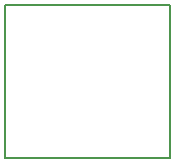
<source format=gbr>
G04 #@! TF.FileFunction,Profile,NP*
%FSLAX46Y46*%
G04 Gerber Fmt 4.6, Leading zero omitted, Abs format (unit mm)*
G04 Created by KiCad (PCBNEW 4.0.3+e1-6302~38~ubuntu16.04.1-stable) date Fri Aug 26 10:08:17 2016*
%MOMM*%
%LPD*%
G01*
G04 APERTURE LIST*
%ADD10C,0.100000*%
%ADD11C,0.150000*%
G04 APERTURE END LIST*
D10*
D11*
X145000000Y-113000000D02*
X145000000Y-100000000D01*
X159000000Y-113000000D02*
X145000000Y-113000000D01*
X159000000Y-100000000D02*
X159000000Y-113000000D01*
X145000000Y-100000000D02*
X159000000Y-100000000D01*
M02*

</source>
